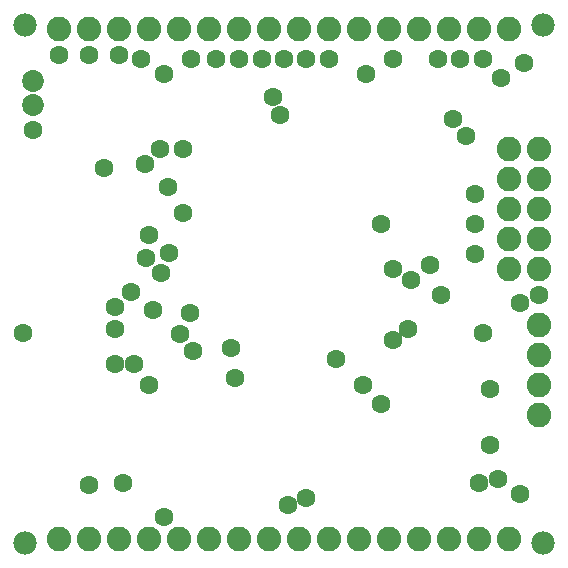
<source format=gbr>
G04 EAGLE Gerber RS-274X export*
G75*
%MOMM*%
%FSLAX34Y34*%
%LPD*%
%INSoldermask Bottom*%
%IPPOS*%
%AMOC8*
5,1,8,0,0,1.08239X$1,22.5*%
G01*
%ADD10C,1.854200*%
%ADD11C,2.082800*%
%ADD12C,1.600200*%
%ADD13C,1.981200*%


D10*
X25400Y410050D03*
X25400Y390050D03*
D11*
X47625Y454025D03*
X73025Y454025D03*
X98425Y454025D03*
X123825Y454025D03*
X149225Y454025D03*
X174625Y454025D03*
X200025Y454025D03*
X225425Y454025D03*
X250825Y454025D03*
X276225Y454025D03*
X301625Y454025D03*
X327025Y454025D03*
X352425Y454025D03*
X377825Y454025D03*
X403225Y454025D03*
X428625Y454025D03*
X47625Y22225D03*
X73025Y22225D03*
X98425Y22225D03*
X123825Y22225D03*
X149225Y22225D03*
X174625Y22225D03*
X200025Y22225D03*
X225425Y22225D03*
X250825Y22225D03*
X276225Y22225D03*
X301625Y22225D03*
X327025Y22225D03*
X352425Y22225D03*
X377825Y22225D03*
X403225Y22225D03*
X428625Y22225D03*
X428625Y352425D03*
X454025Y352425D03*
X428625Y327025D03*
X454025Y327025D03*
X428625Y301625D03*
X454025Y301625D03*
X428625Y276225D03*
X454025Y276225D03*
X428625Y250825D03*
X454025Y250825D03*
X454025Y127000D03*
X454025Y152400D03*
X454025Y177800D03*
X454025Y203200D03*
D12*
X73025Y67691D03*
X361950Y253873D03*
X152400Y298450D03*
X17145Y196850D03*
X392113Y363538D03*
X381000Y377825D03*
X320675Y288925D03*
X47625Y431800D03*
X234950Y381000D03*
X419100Y73025D03*
X73025Y431800D03*
X228600Y396875D03*
X400050Y314325D03*
X438150Y222250D03*
X403225Y69850D03*
X412750Y149225D03*
X406400Y196850D03*
X85725Y336550D03*
X196850Y158750D03*
X257175Y57150D03*
X438150Y60325D03*
X441325Y425450D03*
X111252Y170434D03*
X95377Y219075D03*
X95250Y170434D03*
X95250Y200025D03*
X25400Y368300D03*
X282575Y174742D03*
X330200Y190500D03*
X123825Y152400D03*
X136525Y40894D03*
X454025Y228600D03*
X120777Y339725D03*
X342900Y200317D03*
X241300Y50800D03*
X412750Y101600D03*
X371475Y228600D03*
X101600Y69850D03*
X400050Y288925D03*
X400050Y263525D03*
X193675Y184150D03*
X320675Y136525D03*
X133350Y352552D03*
X304800Y152400D03*
X152400Y352425D03*
X406400Y428625D03*
X387350Y428625D03*
X368300Y428625D03*
X330200Y428625D03*
X136652Y415925D03*
X117475Y428625D03*
X108966Y231727D03*
X126861Y216039D03*
X276225Y428625D03*
X257175Y428625D03*
X238125Y428625D03*
X219341Y428359D03*
X200152Y428625D03*
X180975Y428625D03*
X159131Y428625D03*
X98679Y431800D03*
X158750Y213741D03*
X150466Y196014D03*
X161441Y181459D03*
X346075Y241300D03*
X330200Y250825D03*
X139700Y320675D03*
X123825Y279400D03*
X121666Y260223D03*
X140589Y264009D03*
X134366Y247602D03*
X307975Y415925D03*
X422275Y412750D03*
D13*
X19050Y457200D03*
X19050Y19050D03*
X457200Y19050D03*
X457200Y457200D03*
M02*

</source>
